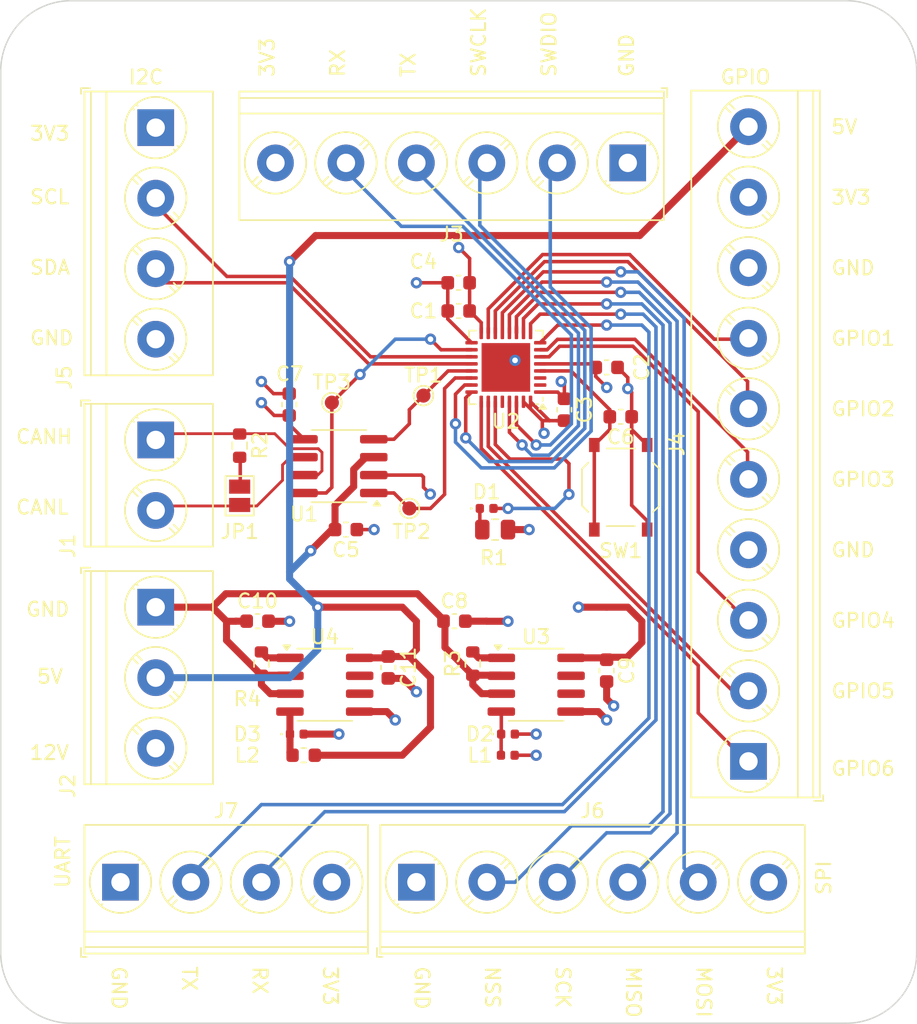
<source format=kicad_pcb>
(kicad_pcb (version 20240108) (generator "pcbnew") (generator_version "8.0")
  (layers (0 "F.Cu" signal) (1 "In1.Cu" signal "F.GND") (2 "In2.Cu" signal "F.3V3") (31 "B.Cu" signal) (34 "B.Paste" user) (35 "F.Paste" user) (36 "B.SilkS" user "B.Silkscreen") (37 "F.SilkS" user "F.Silkscreen") (38 "B.Mask" user) (39 "F.Mask" user) (44 "Edge.Cuts" user))
  (net 0 "")
  (net 1 "+3V3")
  (net 2 "GND")
  (net 3 "Net-(U2-NRST)")
  (net 4 "+5V")
  (net 5 "+12V")
  (net 6 "Net-(D1-K)")
  (net 7 "IO_SPI_MOSI")
  (net 8 "Debug_UART_RX")
  (net 9 "Debug_UART_TX")
  (net 10 "JTAG_SWCLK")
  (net 11 "JTAG_SWDIO")
  (net 12 "Net-(U4-Ilim)")
  (net 13 "CAN_TX")
  (net 14 "CAN_RX")
  (net 15 "CAN_S")
  (net 18 "Net-(D3-K)")
  (net 19 "IO_SPI_NSS")
  (net 20 "IO_SPI_SCK")
  (net 21 "IO_SPI_MISO")
  (net 22 "GPIO3")
  (net 23 "GPIO1")
  (net 24 "GPIO5")
  (net 25 "GPIO6")
  (net 26 "GPIO4")
  (net 27 "GPIO2")
  (net 30 "LED")
  (net 32 "IO_UART_RX")
  (net 33 "IO_UART_TX")
  (net 34 "IO_I2C_SCL")
  (net 35 "IO_I2C_SDA")
  (net 36 "Net-(D2-K)")
  (net 37 "Net-(JP1-B)")
  (net 38 "Net-(U3-Ilim)")
  (net 41 "CAN_H")
  (net 42 "CAN_L")
  (footprint "Capacitor_SMD:C_0603_1608Metric" (layer "F.Cu") (at 173.228 78.994)
    (property "Reference" "C10")
    (property "Value" "100uF")
  )
  (footprint "Resistor_SMD:R_0603_1608Metric" (layer "F.Cu") (at 171.958 66.548 -90)
    (property "Reference" "R2")
    (property "Value" "120R")
  )
  (footprint "LED_SMD:LED_0402_1005Metric" (layer "F.Cu") (at 189.485 71)
    (property "Reference" "D1")
    (property "Value" "LED")
  )
  (footprint "Capacitor_SMD:C_0603_1608Metric" (layer "F.Cu") (at 198 61)
    (property "Reference" "C2")
    (property "Value" "100nF")
  )
  (footprint "Capacitor_SMD:C_0603_1608Metric" (layer "F.Cu") (at 187.5 57)
    (property "Reference" "C1")
    (property "Value" "10uF")
  )
  (footprint "TerminalBlock_Phoenix:TerminalBlock_Phoenix_PT-1,5-6-5.0-H_1x06_P5.00mm_Horizontal" (layer "F.Cu") (at 184.5 97.5)
    (property "Reference" "J6")
    (property "Value" "SPI")
  )
  (footprint "Package_SO:SOIC-8_3.9x4.9mm_P1.27mm" (layer "F.Cu") (at 193 83.5)
    (property "Reference" "U3")
    (property "Value" "ADP1108AR-3.3")
  )
  (footprint "TerminalBlock_Phoenix:TerminalBlock_Phoenix_PT-1,5-10-5.0-H_1x10_P5.00mm_Horizontal" (layer "F.Cu") (at 208.0675 88.9325 90)
    (property "Reference" "J4")
    (property "Value" "GPIO")
  )
  (footprint "Capacitor_SMD:C_0603_1608Metric" (layer "F.Cu") (at 179.5 72.5 180)
    (property "Reference" "C5")
    (property "Value" "100nF")
  )
  (footprint "Diode_SMD:D_0402_1005Metric" (layer "F.Cu") (at 191 87)
    (property "Reference" "D2")
    (property "Value" "D_Schottky")
  )
  (footprint "Inductor_SMD:L_0402_1005Metric" (layer "F.Cu") (at 190.985 88.5)
    (property "Reference" "L1")
    (property "Value" "1uH")
  )
  (footprint "TestPoint:TestPoint_Pad_D1.0mm" (layer "F.Cu") (at 185 63)
    (property "Reference" "TP1")
    (property "Value" "TestPoint")
  )
  (footprint "Jumper:SolderJumper-2_P1.3mm_Open_Pad1.0x1.5mm" (layer "F.Cu") (at 171.958 70.104 90)
    (property "Reference" "JP1")
    (property "Value" "SolderJumper_2_Open")
  )
  (footprint "TerminalBlock_Phoenix:TerminalBlock_Phoenix_PT-1,5-3-5.0-H_1x03_P5.00mm_Horizontal" (layer "F.Cu") (at 166 78 -90)
    (property "Reference" "J2")
    (property "Value" "Power")
  )
  (footprint "Button_Switch_SMD:SW_Push_1P1T_XKB_TS-1187A" (layer "F.Cu") (at 199 69.5 -90)
    (property "Reference" "SW1")
    (property "Value" "SW_RST")
  )
  (footprint "Package_DFN_QFN:QFN-32-1EP_5x5mm_P0.5mm_EP3.45x3.45mm" (layer "F.Cu") (at 190.85 61 180)
    (property "Reference" "U2")
    (property "Value" "STM32L432KBUx")
  )
  (footprint "Capacitor_SMD:C_0603_1608Metric" (layer "F.Cu") (at 198 82.5 -90)
    (property "Reference" "C9")
    (property "Value" "330uF")
  )
  (footprint "Resistor_SMD:R_0805_2012Metric" (layer "F.Cu") (at 190.0875 72.5)
    (property "Reference" "R1")
    (property "Value" "120R")
  )
  (footprint "Capacitor_SMD:C_0603_1608Metric" (layer "F.Cu") (at 175.475 63.635 -90)
    (property "Reference" "C7")
    (property "Value" "100nF")
  )
  (footprint "Capacitor_SMD:C_0603_1608Metric" (layer "F.Cu") (at 195 64 -90)
    (property "Reference" "C3")
    (property "Value" "100nF")
  )
  (footprint "Resistor_SMD:R_0603_1608Metric" (layer "F.Cu") (at 188.5 82 90)
    (property "Reference" "R3")
    (property "Value" "100R")
  )
  (footprint "TestPoint:TestPoint_Pad_D1.0mm" (layer "F.Cu") (at 178.5 63.5)
    (property "Reference" "TP3")
    (property "Value" "TestPoint")
  )
  (footprint "Package_SO:SOIC-8_3.9x4.9mm_P1.27mm" (layer "F.Cu") (at 179 68 180)
    (property "Reference" "U1")
    (property "Value" "TJA1051T-3")
  )
  (footprint "Capacitor_SMD:C_0603_1608Metric" (layer "F.Cu") (at 187.5 55)
    (property "Reference" "C4")
    (property "Value" "100nF")
  )
  (footprint "Resistor_SMD:R_0603_1608Metric" (layer "F.Cu") (at 173.5 82 90)
    (property "Reference" "R4")
    (property "Value" "220R")
  )
  (footprint "TerminalBlock_Phoenix:TerminalBlock_Phoenix_PT-1,5-2-5.0-H_1x02_P5.00mm_Horizontal" (layer "F.Cu") (at 166 66.1425 -90)
    (property "Reference" "J1")
    (property "Value" "CAN")
  )
  (footprint "Capacitor_SMD:C_0603_1608Metric" (layer "F.Cu") (at 182.5 82.275 -90)
    (property "Reference" "C11")
    (property "Value" "330uF")
  )
  (footprint "Capacitor_SMD:C_0603_1608Metric" (layer "F.Cu") (at 187.198 78.994)
    (property "Reference" "C8")
    (property "Value" "100uF")
  )
  (footprint "TerminalBlock_Phoenix:TerminalBlock_Phoenix_PT-1,5-4-5.0-H_1x04_P5.00mm_Horizontal" (layer "F.Cu") (at 166 44 -90)
    (property "Reference" "J5")
    (property "Value" "I2C")
  )
  (footprint "TerminalBlock_Phoenix:TerminalBlock_Phoenix_PT-1,5-4-5.0-H_1x04_P5.00mm_Horizontal" (layer "F.Cu") (at 163.5 97.5)
    (property "Reference" "J7")
    (property "Value" "UART")
  )
  (footprint "Inductor_SMD:L_0603_1608Metric" (layer "F.Cu") (at 176.5 88.5)
    (property "Reference" "L2")
    (property "Value" "330u")
  )
  (footprint "TerminalBlock_Phoenix:TerminalBlock_Phoenix_PT-1,5-6-5.0-H_1x06_P5.00mm_Horizontal" (layer "F.Cu") (at 199.5 46.5 180)
    (property "Reference" "J3")
    (property "Value" "Debug_Port")
  )
  (footprint "Capacitor_SMD:C_0603_1608Metric" (layer "F.Cu") (at 199 64.5 180)
    (property "Reference" "C6")
    (property "Value" "10uF")
  )
  (footprint "TestPoint:TestPoint_Pad_D1.0mm" (layer "F.Cu") (at 184 71)
    (property "Reference" "TP2")
    (property "Value" "TestPoint")
  )
  (footprint "Diode_SMD:D_0402_1005Metric" (layer "F.Cu") (at 176.015 87)
    (property "Reference" "D3")
    (property "Value" "D_Schottky")
  )
  (footprint "Package_SO:SOIC-8_3.9x4.9mm_P1.27mm" (layer "F.Cu") (at 178 83.5)
    (property "Reference" "U4")
    (property "Value" "ADP1108AR-5")
  )
  (gr_arc (start 160 107.5) (mid 156.464466 106.035534) (end 155 102.5) (stroke (width 0.1)) (layer "Edge.Cuts"))
  (gr_line (start 215 107.5) (end 160 107.5) (stroke (width 0.1)) (layer "Edge.Cuts"))
  (gr_line (start 220 102.5) (end 220 40) (stroke (width 0.1)) (layer "Edge.Cuts"))
  (gr_line (start 215 35) (end 160 35) (stroke (width 0.1)) (layer "Edge.Cuts"))
  (gr_arc (start 220 102.5) (mid 218.535534 106.035534) (end 215 107.5) (stroke (width 0.1)) (layer "Edge.Cuts"))
  (gr_arc (start 215 35) (mid 218.535534 36.464466) (end 220 40) (stroke (width 0.1)) (layer "Edge.Cuts"))
  (gr_arc (start 155 40) (mid 156.464466 36.464466) (end 160 35) (stroke (width 0.1)) (layer "Edge.Cuts"))
  (gr_line (start 155 40) (end 155 102.5) (stroke (width 0.1)) (layer "Edge.Cuts"))
  (gr_text "GPIO1" (at 213.868 59.53 0) (layer "F.SilkS") (effects (font (size 1 1)) (justify left bottom)))
  (gr_text "GND" (at 156.718 78.74 0) (layer "F.SilkS") (effects (font (size 1 1)) (justify left bottom)))
  (gr_text "SCK" (at 194.31 103.378 -90) (layer "F.SilkS") (effects (font (size 1 1)) (justify left bottom)))
  (gr_text "GPIO4" (at 213.868 79.53 0) (layer "F.SilkS") (effects (font (size 1 1)) (justify left bottom)))
  (gr_text "GND" (at 213.868 54.53 0) (layer "F.SilkS") (effects (font (size 1 1)) (justify left bottom)))
  (gr_text "3V3" (at 174.5 40.5 90) (layer "F.SilkS") (effects (font (size 1 1)) (justify left bottom)))
  (gr_text "NSS" (at 189.31 103.378 -90) (layer "F.SilkS") (effects (font (size 1 1)) (justify left bottom)))
  (gr_text "3V3" (at 213.868 49.53 0) (layer "F.SilkS") (effects (font (size 1 1)) (justify left bottom)))
  (gr_text "MISO" (at 199.31 103.378 -90) (layer "F.SilkS") (effects (font (size 1 1)) (justify left bottom)))
  (gr_text "GPIO3" (at 213.868 69.53 0) (layer "F.SilkS") (effects (font (size 1 1)) (justify left bottom)))
  (gr_text "GND" (at 213.868 74.53 0) (layer "F.SilkS") (effects (font (size 1 1)) (justify left bottom)))
  (gr_text "5V" (at 213.868 44.53 0) (layer "F.SilkS") (effects (font (size 1 1)) (justify left bottom)))
  (gr_text "GND" (at 157 59.5 0) (layer "F.SilkS") (effects (font (size 1 1)) (justify left bottom)))
  (gr_text "GPIO2" (at 213.868 64.53 0) (layer "F.SilkS") (effects (font (size 1 1)) (justify left bottom)))
  (gr_text "GPIO5" (at 213.868 84.53 0) (layer "F.SilkS") (effects (font (size 1 1)) (justify left bottom)))
  (gr_text "I2C" (at 164 41 0) (layer "F.SilkS") (effects (font (size 1 1)) (justify left bottom)))
  (gr_text "CANH" (at 156 66.5 0) (layer "F.SilkS") (effects (font (size 1 1)) (justify left bottom)))
  (gr_text "GND" (at 184.31 103.378 -90) (layer "F.SilkS") (effects (font (size 1 1)) (justify left bottom)))
  (gr_text "TX" (at 184.5 40.5 90) (layer "F.SilkS") (effects (font (size 1 1)) (justify left bottom)))
  (gr_text "3V3" (at 177.81 103.378 -90) (layer "F.SilkS") (effects (font (size 1 1)) (justify left bottom)))
  (gr_text "RX" (at 179.5 40.5 90) (layer "F.SilkS") (effects (font (size 1 1)) (justify left bottom)))
  (gr_text "SDA" (at 157 54.5 0) (layer "F.SilkS") (effects (font (size 1 1)) (justify left bottom)))
  (gr_text "TX" (at 167.81 103.378 -90) (layer "F.SilkS") (effects (font (size 1 1)) (justify left bottom)))
  (gr_text "SCL" (at 157 49.5 0) (layer "F.SilkS") (effects (font (size 1 1)) (justify left bottom)))
  (gr_text "RX" (at 172.81 103.378 -90) (layer "F.SilkS") (effects (font (size 1 1)) (justify left bottom)))
  (gr_text "GND" (at 200 40.5 90) (layer "F.SilkS") (effects (font (size 1 1)) (justify left bottom)))
  (gr_text "GND" (at 162.81 103.378 -90) (layer "F.SilkS") (effects (font (size 1 1)) (justify left bottom)))
  (gr_text "GPIO6" (at 213.868 90.03 0) (layer "F.SilkS") (effects (font (size 1 1)) (justify left bottom)))
  (gr_text "3V3" (at 157 45 0) (layer "F.SilkS") (effects (font (size 1 1)) (justify left bottom)))
  (gr_text "SPI" (at 214 98.5 90) (layer "F.SilkS") (effects (font (size 1 1)) (justify left bottom)))
  (gr_text "5V" (at 157.5 83.5 0) (layer "F.SilkS") (effects (font (size 1 1)) (justify left bottom)))
  (gr_text "3V3" (at 209.31 103.378 -90) (layer "F.SilkS") (effects (font (size 1 1)) (justify left bottom)))
  (gr_text "CANL" (at 156 71.5 0) (layer "F.SilkS") (effects (font (size 1 1)) (justify left bottom)))
  (gr_text "UART" (at 160 98 90) (layer "F.SilkS") (effects (font (size 1 1)) (justify left bottom)))
  (gr_text "GPIO" (at 206 41 0) (layer "F.SilkS") (effects (font (size 1 1)) (justify left bottom)))
  (gr_text "SWCLK" (at 189.5 40.5 90) (layer "F.SilkS") (effects (font (size 1 1)) (justify left bottom)))
  (gr_text "MOSI" (at 204.31 103.378 -90) (layer "F.SilkS") (effects (font (size 1 1)) (justify left bottom)))
  (gr_text "12V" (at 156.972 88.9 0) (layer "F.SilkS") (effects (font (size 1 1)) (justify left bottom)))
  (gr_text "SWDIO" (at 194.5 40.5 90) (layer "F.SilkS") (effects (font (size 1 1)) (justify left bottom)))
  (segment (start 199.45 81.55) (end 200.5 80.5) (width 0.5) (layer "F.Cu") (net 1))
  (segment (start 198 81.55) (end 199.45 81.55) (width 0.5) (layer "F.Cu") (net 1))
  (segment (start 175.475 64.41) (end 175.475 65.045) (width 0.25) (layer "F.Cu") (net 1))
  (segment (start 195 62.225) (end 194.775 62) (width 0.25) (layer "F.Cu") (net 1))
  (segment (start 195.475 81.595) (end 197.955 81.595) (width 0.5) (layer "F.Cu") (net 1))
  (segment (start 175.475 65.045) (end 176.525 66.095) (width 0.25) (layer "F.Cu") (net 1))
  (segment (start 197.225 61.641596) (end 198.008404 62.425) (width 0.25) (layer "F.Cu") (net 1))
  (segment (start 174.41 64.41) (end 173.5 63.5) (width 0.25) (layer "F.Cu") (net 1))
  (segment (start 175.475 64.41) (end 174.41 64.41) (width 0.25) (layer "F.Cu") (net 1))
  (segment (start 193.2875 62.75) (end 194.525 62.75) (width 0.25) (layer "F.Cu") (net 1))
  (segment (start 186.725 57.5625) (end 186.725 57) (width 0.25) (layer "F.Cu") (net 1))
  (segment (start 194.525 62.75) (end 195 63.225) (width 0.25) (layer "F.Cu") (net 1))
  (segment (start 198 78) (end 196 78) (width 0.5) (layer "F.Cu") (net 1))
  (segment (start 188.4125 59.25) (end 186.725 57.5625) (width 0.25) (layer "F.Cu") (net 1))
  (segment (start 184.5 55) (end 186.725 55) (width 0.25) (layer "F.Cu") (net 1))
  (segment (start 200.5 79) (end 199.5 78) (width 0.5) (layer "F.Cu") (net 1))
  (segment (start 197.225 61) (end 197.225 61.641596) (width 0.25) (layer "F.Cu") (net 1))
  (segment (start 186.725 57) (end 186.725 55) (width 0.25) (layer "F.Cu") (net 1))
  (segment (start 197.955 81.595) (end 198 81.55) (width 0.5) (layer "F.Cu") (net 1))
  (segment (start 196.975 60.75) (end 197.225 61) (width 0.25) (layer "F.Cu") (net 1))
  (segment (start 193.2875 60.75) (end 196.975 60.75) (width 0.25) (layer "F.Cu") (net 1))
  (segment (start 200.5 80.5) (end 200.5 79) (width 0.5) (layer "F.Cu") (net 1))
  (segment (start 199.5 78) (end 198 78) (width 0.5) (layer "F.Cu") (net 1))
  (segment (start 193 88.5) (end 191.47 88.5) (width 0.25) (layer "F.Cu") (net 1))
  (segment (start 195 63.225) (end 195 62.225) (width 0.25) (layer "F.Cu") (net 1))
  (via (at 193 88.5) (size 0.8) (drill 0.4) (layers "F.Cu" "B.Cu") (net 1))
  (via (at 173.5 63.5) (size 0.8) (drill 0.4) (layers "F.Cu" "B.Cu") (net 1))
  (via (at 198.008404 62.425) (size 0.8) (drill 0.4) (layers "F.Cu" "B.Cu") (net 1))
  (via (at 184.5 55) (size 0.8) (drill 0.4) (layers "F.Cu" "B.Cu") (net 1))
  (via (at 194.775 62) (size 0.8) (drill 0.4) (layers "F.Cu" "B.Cu") (net 1))
  (via (at 196 78) (size 0.8) (drill 0.4) (layers "F.Cu" "B.Cu") (net 1))
  (segment (start 173.975 79) (end 175.5 79) (width 0.5) (layer "F.Cu") (net 2))
  (segment (start 190.85 61) (end 191 61) (width 0.5) (layer "F.Cu") (net 2))
  (segment (start 185 68.775) (end 185 69.5) (width 0.25) (layer "F.Cu") (net 2))
  (segment (start 191 72.5) (end 192.5 72.5) (width 0.5) (layer "F.Cu") (net 2))
  (segment (start 197.405 85.405) (end 198 86) (width 0.5) (layer "F.Cu") (net 2))
  (segment (start 176.5 87) (end 179 87) (width 0.5) (layer "F.Cu") (net 2))
  (segment (start 182.5 83.05) (end 183.55 83.05) (width 0.5) (layer "F.Cu") (net 2))
  (segment (start 199.775 70.775) (end 200.875 71.875) (width 0.25) (layer "F.Cu") (net 2))
  (segment (start 189.475 79) (end 191 79) (width 0.5) (layer "F.Cu") (net 2))
  (segment (start 185 69.5) (end 185.487347 69.987347) (width 0.25) (layer "F.Cu") (net 2))
  (segment (start 199.775 64.5) (end 199.775 62.775) (width 0.25) (layer "F.Cu") (net 2))
  (segment (start 189.469 78.994) (end 187.973 78.994) (width 0.5) (layer "F.Cu") (net 2))
  (segment (start 193.557878 65.670074) (end 193.4375 65.549696) (width 0.25) (layer "F.Cu") (net 2))
  (segment (start 199.775 65.4) (end 200.875 66.5) (width 0.25) (layer "F.Cu") (net 2))
  (segment (start 183.55 83.05) (end 184.5 84) (width 0.5) (layer "F.Cu") (net 2))
  (segment (start 199.775 65) (end 199.775 65.4) (width 0.25) (layer "F.Cu") (net 2))
  (segment (start 182.405 85.405) (end 183 86) (width 0.5) (layer "F.Cu") (net 2))
  (segment (start 199.775 65) (end 199.775 70.775) (width 0.25) (layer "F.Cu") (net 2))
  (segment (start 192.1 63.4375) (end 193.4375 64.775) (width 0.25) (layer "F.Cu") (net 2))
  (segment (start 200.875 71.875) (end 200.875 72.5) (width 0.25) (layer "F.Cu") (net 2))
  (segment (start 174.36 62.86) (end 173.5 62) (width 0.25) (layer "F.Cu") (net 2))
  (segment (start 188.275 53.275) (end 188.275 55) (width 0.25) (layer "F.Cu") (net 2))
  (segment (start 199.5 61.725) (end 198.775 61) (width 0.25) (layer "F.Cu") (net 2))
  (segment (start 175.475 62.86) (end 174.36 62.86) (width 0.25) (layer "F.Cu") (net 2))
  (segment (start 191 61) (end 191.5 60.5) (width 0.5) (layer "F.Cu") (net 2))
  (segment (start 194.452952 64.775) (end 195 64.775) (width 0.25) (layer "F.Cu") (net 2))
  (segment (start 198 83.45) (end 198 84.5) (width 0.5) (layer "F.Cu") (net 2))
  (segment (start 193 87) (end 191.485 87) (width 0.25) (layer "F.Cu") (net 2))
  (segment (start 187.5 52.5) (end 188.275 53.275) (width 0.25) (layer "F.Cu") (net 2))
  (segment (start 199.775 62.775) (end 199.5 62.5) (width 0.25) (layer "F.Cu") (net 2))
  (segment (start 193.4375 65.549696) (end 193.4375 64.775) (width 0.25) (layer "F.Cu") (net 2))
  (segment (start 189.1 57.825) (end 188.275 57) (width 0.25) (layer "F.Cu") (net 2))
  (segment (start 180.275 72.5) (end 181.5 72.5) (width 0.25) (layer "F.Cu") (net 2))
  (segment (start 193.4375 64.775) (end 193.9375 64.775) (width 0.25) (layer "F.Cu") (net 2))
  (segment (start 184.86 68.635) (end 185 68.775) (width 0.25) (layer "F.Cu") (net 2))
  (segment (start 199.5 62.5) (end 199.5 61.725) (width 0.25) (layer "F.Cu") (net 2))
  (segment (start 180.475 85.405) (end 182.405 85.405) (width 0.5) (layer "F.Cu") (net 2))
  (segment (start 188.275 57) (end 188.275 55) (width 0.25) (layer "F.Cu") (net 2))
  (segment (start 195.475 85.405) (end 197.405 85.405) (width 0.5) (layer "F.Cu") (net 2))
  (segment (start 189.1 58.5625) (end 189.1 57.825) (width 0.25) (layer "F.Cu") (net 2))
  (segment (start 189.475 79) (end 189.469 78.994) (width 0.5) (layer "F.Cu") (net 2))
  (segment (start 181.475 68.635) (end 184.86 68.635) (width 0.25) (layer "F.Cu") (net 2))
  (segment (start 192.6 63.4375) (end 193.9375 64.775) (width 0.25) (layer "F.Cu") (net 2))
  (segment (start 193.9375 64.775) (end 195 64.775) (width 0.25) (layer "F.Cu") (net 2))
  (segment (start 198 84.5) (end 198.5 85) (width 0.5) (layer "F.Cu") (net 2))
  (via (at 181.5 72.5) (size 0.8) (drill 0.4) (layers "F.Cu" "B.Cu") (net 2))
  (via (at 183 86) (size 0.8) (drill 0.4) (layers "F.Cu" "B.Cu") (net 2))
  (via (at 199.5 62.5) (size 0.8) (drill 0.4) (layers "F.Cu" "B.Cu") (net 2))
  (via (at 193 87) (size 0.8) (drill 0.4) (layers "F.Cu" "B.Cu") (net 2))
  (via (at 185.487347 69.987347) (size 0.8) (drill 0.4) (layers "F.Cu" "B.Cu") (net 2))
  (via (at 173.5 62) (size 0.8) (drill 0.4) (layers "F.Cu" "B.Cu") (net 2))
  (via (at 187.5 52.5) (size 0.8) (drill 0.4) (layers "F.Cu" "B.Cu") (net 2))
  (via (at 175.5 79) (size 0.8) (drill 0.4) (layers "F.Cu" "B.Cu") (net 2))
  (via (at 198 86) (size 0.8) (drill 0.4) (layers "F.Cu" "B.Cu") (net 2))
  (via (at 184.5 84) (size 0.8) (drill 0.4) (layers "F.Cu" "B.Cu") (net 2))
  (via (at 193.557878 65.670074) (size 0.8) (drill 0.4) (layers "F.Cu" "B.Cu") (net 2))
  (via (at 198.5 85) (size 0.8) (drill 0.4) (layers "F.Cu" "B.Cu") (net 2))
  (via (at 179 87) (size 0.8) (drill 0.4) (layers "F.Cu" "B.Cu") (net 2))
  (via (at 192.5 72.5) (size 0.8) (drill 0.4) (layers "F.Cu" "B.Cu") (net 2))
  (via (at 191.5 60.5) (size 0.8) (drill 0.4) (layers "F.Cu" "B.Cu") (net 2))
  (via (at 191 79) (size 0.8) (drill 0.4) (layers "F.Cu" "B.Cu") (net 2))
  (segment (start 198.225 65.4) (end 197.125 66.5) (width 0.25) (layer "F.Cu") (net 3))
  (segment (start 198.225 64.5) (end 198.225 64) (width 0.25) (layer "F.Cu") (net 3))
  (segment (start 193.2875 61.25) (end 195.475 61.25) (width 0.25) (layer "F.Cu") (net 3))
  (segment (start 198.225 64) (end 195.475 61.25) (width 0.25) (layer "F.Cu") (net 3))
  (segment (start 197.125 72.5) (end 197.125 66.5) (width 0.25) (layer "F.Cu") (net 3))
  (segment (start 198.225 64.5) (end 198.225 65.4) (width 0.25) (layer "F.Cu") (net 3))
  (segment (start 180.917316 67.365) (end 181.475 67.365) (width 0.5) (layer "F.Cu") (net 4))
  (segment (start 177.2875 88.5) (end 183.5 88.5) (width 0.5) (layer "F.Cu") (net 4))
  (segment (start 185.5 86.5) (end 185.5 83) (width 0.5) (layer "F.Cu") (net 4))
  (segment (start 185.5 83) (end 184 81.5) (width 0.5) (layer "F.Cu") (net 4))
  (segment (start 184.5 81) (end 184.5 79) (width 0.5) (layer "F.Cu") (net 4))
  (segment (start 182.5 81.5) (end 184 81.5) (width 0.5) (layer "F.Cu") (net 4))
  (segment (start 182.405 81.595) (end 182.5 81.5) (width 0.5) (layer "F.Cu") (net 4))
  (segment (start 180.05 69.45) (end 180.05 68.232316) (width 0.5) (layer "F.Cu") (net 4))
  (segment (start 177 74) (end 178.5 72.5) (width 0.5) (layer "F.Cu") (net 4))
  (segment (start 178.725 72.5) (end 178.725 70.775) (width 0.5) (layer "F.Cu") (net 4))
  (segment (start 184.5 79) (end 183.5 78) (width 0.5) (layer "F.Cu") (net 4))
  (segment (start 184 81.5) (end 184.5 81) (width 0.5) (layer "F.Cu") (net 4))
  (segment (start 177.35 51.65) (end 200.35 51.65) (width 0.5) (layer "F.Cu") (net 4))
  (segment (start 183.5 78) (end 177.5 78) (width 0.5) (layer "F.Cu") (net 4))
  (segment (start 200.35 51.65) (end 208 44) (width 0.5) (layer "F.Cu") (net 4))
  (segment (start 175.5 53.5) (end 177.35 51.65) (width 0.5) (layer "F.Cu") (net 4))
  (segment (start 178.5 72.5) (end 178.725 72.5) (width 0.5) (layer "F.Cu") (net 4))
  (segment (start 180.05 68.232316) (end 180.917316 67.365) (width 0.5) (layer "F.Cu") (net 4))
  (segment (start 178.725 70.775) (end 180.05 69.45) (width 0.5) (layer "F.Cu") (net 4))
  (segment (start 180.475 81.595) (end 182.405 81.595) (width 0.5) (layer "F.Cu") (net 4))
  (segment (start 183.5 88.5) (end 185.5 86.5) (width 0.5) (layer "F.Cu") (net 4))
  (via (at 175.5 53.5) (size 0.8) (drill 0.4) (layers "F.Cu" "B.Cu") (net 4))
  (via (at 177.5 78) (size 0.8) (drill 0.4) (layers "F.Cu" "B.Cu") (net 4))
  (via (at 177 74) (size 0.8) (drill 0.4) (layers "F.Cu" "B.Cu") (net 4))
  (segment (start 177.5 81) (end 177.5 78) (width 0.5) (layer "B.Cu") (net 4))
  (segment (start 175.5 76) (end 175.5 75.5) (width 0.5) (layer "B.Cu") (net 4))
  (segment (start 175.5 70.5) (end 175.5 75.5) (width 0.5) (layer "B.Cu") (net 4))
  (segment (start 175.5 75.5) (end 177 74) (width 0.5) (layer "B.Cu") (net 4))
  (segment (start 175.5 53.5) (end 175.5 70.5) (width 0.5) (layer "B.Cu") (net 4))
  (segment (start 177.5 78) (end 175.5 76) (width 0.5) (layer "B.Cu") (net 4))
  (segment (start 175.5 83) (end 177.5 81) (width 0.5) (layer "B.Cu") (net 4))
  (segment (start 165.5 83) (end 175.5 83) (width 0.5) (layer "B.Cu") (net 4))
  (segment (start 173.5 82.825) (end 173.5 83.5) (width 0.5) (layer "F.Cu") (net 5))
  (segment (start 165.5 78) (end 170.025 78) (width 0.5) (layer "F.Cu") (net 5))
  (segment (start 171.025 79) (end 171.025 80.35) (width 0.5) (layer "F.Cu") (net 5))
  (segment (start 188.5 82.825) (end 188.5 83.5) (width 0.5) (layer "F.Cu") (net 5))
  (segment (start 184.575 77.05) (end 186.525 79) (width 0.5) (layer "F.Cu") (net 5))
  (segment (start 171.698 79) (end 171.704 78.994) (width 0.5) (layer "F.Cu") (net 5))
  (segment (start 171.025 79) (end 171.698 79) (width 0.5) (layer "F.Cu") (net 5))
  (segment (start 188.5 83.5) (end 189.135 84.135) (width 0.5) (layer "F.Cu") (net 5))
  (segment (start 175.485 82.825) (end 175.525 82.865) (width 0.5) (layer "F.Cu") (net 5))
  (segment (start 170.025 78) (end 171.025 79) (width 0.5) (layer "F.Cu") (net 5))
  (segment (start 170.025 78) (end 170.975 77.05) (width 0.5) (layer "F.Cu") (net 5))
  (segment (start 186.525 80.85) (end 188.5 82.825) (width 0.5) (layer "F.Cu") (net 5))
  (segment (start 190.485 82.825) (end 190.525 82.865) (width 0.5) (layer "F.Cu") (net 5))
  (segment (start 186.525 79) (end 186.525 80.85) (width 0.5) (layer "F.Cu") (net 5))
  (segment (start 173.5 82.825) (end 175.485 82.825) (width 0.5) (layer "F.Cu") (net 5))
  (segment (start 188.5 82.825) (end 190.485 82.825) (width 0.5) (layer "F.Cu") (net 5))
  (segment (start 170.975 77.05) (end 184.575 77.05) (width 0.5) (layer "F.Cu") (net 5))
  (segment (start 173.5 83.5) (end 174.135 84.135) (width 0.5) (layer "F.Cu") (net 5))
  (segment (start 171.025 80.35) (end 173.5 82.825) (width 0.5) (layer "F.Cu") (net 5))
  (segment (start 174.135 84.135) (end 175.525 84.135) (width 0.5) (layer "F.Cu") (net 5))
  (segment (start 189.135 84.135) (end 190.525 84.135) (width 0.5) (layer "F.Cu") (net 5))
  (segment (start 171.704 78.994) (end 172.453 78.994) (width 0.5) (layer "F.Cu") (net 5))
  (segment (start 189 72.325) (end 189.175 72.5) (width 0.25) (layer "F.Cu") (net 6))
  (segment (start 189 71) (end 189 72.325) (width 0.25) (layer "F.Cu") (net 6))
  (segment (start 199 54.225) (end 193.502208 54.225) (width 0.25) (layer "F.Cu") (net 7))
  (segment (start 193.502208 54.225) (end 190.6 57.127208) (width 0.25) (layer "F.Cu") (net 7))
  (segment (start 190.6 57.127208) (end 190.6 58.5625) (width 0.25) (layer "F.Cu") (net 7))
  (via (at 199 54.225) (size 0.8) (drill 0.4) (layers "F.Cu" "B.Cu") (net 7))
  (segment (start 203.5 96.5) (end 204.5 97.5) (width 0.25) (layer "B.Cu") (net 7))
  (segment (start 200.225 54.225) (end 203.5 57.5) (width 0.25) (layer "B.Cu") (net 7))
  (segment (start 203.5 57.5) (end 203.5 96.5) (width 0.25) (layer "B.Cu") (net 7))
  (segment (start 199 54.225) (end 200.225 54.225) (width 0.25) (layer "B.Cu") (net 7))
  (segment (start 193 66.5) (end 193 66.474695) (width 0.25) (layer "F.Cu") (net 8))
  (segment (start 193 66.474695) (end 191.6 65.074695) (width 0.25) (layer "F.Cu") (net 8))
  (segment (start 191.6 65.074695) (end 191.6 63.4375) (width 0.25) (layer "F.Cu") (net 8))
  (via (at 193 66.5) (size 0.8) (drill 0.4) (layers "F.Cu" "B.Cu") (net 8))
  (segment (start 195.5 58.703896) (end 187.796104 51) (width 0.25) (layer "B.Cu") (net 8))
  (segment (start 187.796104 51) (end 183.4325 51) (width 0.25) (layer "B.Cu") (net 8))
  (segment (start 195.5 65) (end 195.5 58.703896) (width 0.25) (layer "B.Cu") (net 8))
  (segment (start 183.4325 51) (end 179 46.5675) (width 0.25) (layer "B.Cu") (net 8))
  (segment (start 193 66.5) (end 194 66.5) (width 0.25) (layer "B.Cu") (net 8))
  (segment (start 194 66.5) (end 195.5 65) (width 0.25) (layer "B.Cu") (net 8))
  (segment (start 191.1 63.4375) (end 191.1 65.6) (width 0.25) (layer "F.Cu") (net 9))
  (segment (start 191.1 65.6) (end 192 66.5) (width 0.25) (layer "F.Cu") (net 9))
  (via (at 192 66.5) (size 0.8) (drill 0.4) (layers "F.Cu" "B.Cu") (net 9))
  (segment (start 192.699695 67.225) (end 193.911396 67.225) (width 0.25) (layer "B.Cu") (net 9))
  (segment (start 196 58.5675) (end 184 46.5675) (width 0.25) (layer "B.Cu") (net 9))
  (segment (start 193.911396 67.225) (end 196 65.136396) (width 0.25) (layer "B.Cu") (net 9))
  (segment (start 192 66.525305) (end 192.699695 67.225) (width 0.25) (layer "B.Cu") (net 9))
  (segment (start 196 65.136396) (end 196 58.5675) (width 0.25) (layer "B.Cu") (net 9))
  (segment (start 192 66.5) (end 192 66.525305) (width 0.25) (layer "B.Cu") (net 9))
  (segment (start 188 63.1625) (end 188 66) (width 0.25) (layer "F.Cu") (net 10))
  (segment (start 188.4125 62.75) (end 188 63.1625) (width 0.25) (layer "F.Cu") (net 10))
  (via (at 188 66) (size 0.8) (drill 0.4) (layers "F.Cu" "B.Cu") (net 10))
  (segment (start 189.675 67.675) (end 194.097792 67.675) (width 0.25) (layer "B.Cu") (net 10))
  (segment (start 189 50.931104) (end 189 46.5675) (width 0.25) (layer "B.Cu") (net 10))
  (segment (start 196.45 65.322792) (end 196.45 58.381104) (width 0.25) (layer "B.Cu") (net 10))
  (segment (start 196.45 58.381104) (end 189 50.931104) (width 0.25) (layer "B.Cu") (net 10))
  (segment (start 188 66) (end 189.675 67.675) (width 0.25) (layer "B.Cu") (net 10))
  (segment (start 194.097792 67.675) (end 196.45 65.322792) (width 0.25) (layer "B.Cu") (net 10))
  (segment (start 187.92526 62.25) (end 188.4125 62.25) (width 0.25) (layer "F.Cu") (net 11))
  (segment (start 187.275 65) (end 187.275 62.90026) (width 0.25) (layer "F.Cu") (net 11))
  (segment (start 187.275 62.90026) (end 187.92526 62.25) (width 0.25) (layer "F.Cu") (net 11))
  (via (at 187.275 65) (size 0.8) (drill 0.4) (layers "F.Cu" "B.Cu") (net 11))
  (segment (start 194.284188 68.125) (end 196.9 65.509188) (width 0.25) (layer "B.Cu") (net 11))
  (segment (start 187.275 65) (end 187.275 66.300305) (width 0.25) (layer "B.Cu") (net 11))
  (segment (start 187.275 66.300305) (end 189.099695 68.125) (width 0.25) (layer "B.Cu") (net 11))
  (segment (start 194 55.294708) (end 194 46.5675) (width 0.25) (layer "B.Cu") (net 11))
  (segment (start 189.099695 68.125) (end 194.284188 68.125) (width 0.25) (layer "B.Cu") (net 11))
  (segment (start 196.9 58.194708) (end 194 55.294708) (width 0.25) (layer "B.Cu") (net 11))
  (segment (start 196.9 65.509188) (end 196.9 58.194708) (width 0.25) (layer "B.Cu") (net 11))
  (segment (start 175.525 81.595) (end 173.92 81.595) (width 0.5) (layer "F.Cu") (net 12))
  (segment (start 173.92 81.595) (end 173.5 81.175) (width 0.5) (layer "F.Cu") (net 12))
  (segment (start 185.5 71) (end 186.5 70) (width 0.25) (layer "F.Cu") (net 13))
  (segment (start 186.5 62.5) (end 187.25 61.75) (width 0.25) (layer "F.Cu") (net 13))
  (segment (start 184 71) (end 185.5 71) (width 0.25) (layer "F.Cu") (net 13))
  (segment (start 182.905 69.905) (end 184 71) (width 0.25) (layer "F.Cu") (net 13))
  (segment (start 186.5 70) (end 186.5 62.5) (width 0.25) (layer "F.Cu") (net 13))
  (segment (start 187.25 61.75) (end 188.4125 61.75) (width 0.25) (layer "F.Cu") (net 13))
  (segment (start 181.475 69.905) (end 182.905 69.905) (width 0.25) (layer "F.Cu") (net 13))
  (segment (start 184 65) (end 184 64) (width 0.25) (layer "F.Cu") (net 14))
  (segment (start 181.475 66.095) (end 182.905 66.095) (width 0.25) (layer "F.Cu") (net 14))
  (segment (start 186.75 61.25) (end 188.4125 61.25) (width 0.25) (layer "F.Cu") (net 14))
  (segment (start 184 64) (end 186.75 61.25) (width 0.25) (layer "F.Cu") (net 14))
  (segment (start 182.905 66.095) (end 184 65) (width 0.25) (layer "F.Cu") (net 14))
  (segment (start 185.5 59) (end 186.25 59.75) (width 0.25) (layer "F.Cu") (net 15))
  (segment (start 178.5 69.5) (end 178.095 69.905) (width 0.25) (layer "F.Cu") (net 15))
  (segment (start 180.5 61.5) (end 179.5 62.5) (width 0.25) (layer "F.Cu") (net 15))
  (segment (start 186.25 59.75) (end 188.4125 59.75) (width 0.25) (layer "F.Cu") (net 15))
  (segment (start 179.5 62.5) (end 178.5 63.5) (width 0.25) (layer "F.Cu") (net 15))
  (segment (start 178.095 69.905) (end 176.525 69.905) (width 0.25) (layer "F.Cu") (net 15))
  (segment (start 178.5 63.5) (end 178.5 69.5) (width 0.25) (layer "F.Cu") (net 15))
  (via (at 185.5 59) (size 0.8) (drill 0.4) (layers "F.Cu" "B.Cu") (net 15))
  (via (at 180.5 61.5) (size 0.8) (drill 0.4) (layers "F.Cu" "B.Cu") (net 15))
  (segment (start 180.5 61.5) (end 183 59) (width 0.25) (layer "B.Cu") (net 15))
  (segment (start 183 59) (end 185.5 59) (width 0.25) (layer "B.Cu") (net 15))
  (segment (start 175.525 86.995) (end 175.53 87) (width 0.5) (layer "F.Cu") (net 18))
  (segment (start 175.525 85.405) (end 175.525 86.995) (width 0.5) (layer "F.Cu") (net 18))
  (segment (start 175.53 87) (end 175.53 88.3175) (width 0.5) (layer "F.Cu") (net 18))
  (segment (start 175.53 88.3175) (end 175.7125 88.5) (width 0.5) (layer "F.Cu") (net 18))
  (segment (start 198 56.5) (end 193.136396 56.5) (width 0.25) (layer "F.Cu") (net 19))
  (segment (start 193.136396 56.5) (end 192.1 57.536396) (width 0.25) (layer "F.Cu") (net 19))
  (segment (start 192.1 57.536396) (end 192.1 58.5625) (width 0.25) (layer "F.Cu") (net 19))
  (via (at 198 56.5) (size 0.8) (drill 0.4) (layers "F.Cu" "B.Cu") (net 19))
  (segment (start 202 58) (end 200.5 56.5) (width 0.25) (layer "B.Cu") (net 19))
  (segment (start 200.5 56.5) (end 198 56.5) (width 0.25) (layer "B.Cu") (net 19))
  (segment (start 189.5 97.5) (end 191.5 97.5) (width 0.25) (layer "B.Cu") (net 19))
  (segment (start 195.5 93.5) (end 201 93.5) (width 0.25) (layer "B.Cu") (net 19))
  (segment (start 202 92.5) (end 202 58) (width 0.25) (layer "B.Cu") (net 19))
  (segment (start 191.5 97.5) (end 195.5 93.5) (width 0.25) (layer "B.Cu") (net 19))
  (segment (start 201 93.5) (end 202 92.5) (width 0.25) (layer "B.Cu") (net 19))
  (segment (start 191.6 58.07526) (end 191.6 58.5625) (width 0.25) (layer "F.Cu") (net 20))
  (segment (start 191.6 57.4) (end 191.6 58.5625) (width 0.25) (layer "F.Cu") (net 20))
  (segment (start 199 55.675) (end 193.325 55.675) (width 0.25) (layer "F.Cu") (net 20))
  (segment (start 193.325 55.675) (end 191.6 57.4) (width 0.25) (layer "F.Cu") (net 20))
  (via (at 199 55.675) (size 0.8) (drill 0.4) (layers "F.Cu" "B.Cu") (net 20))
  (segment (start 202.5 92.636396) (end 201.136396 94) (width 0.25) (layer "B.Cu") (net 20))
  (segment (start 200.311396 55.675) (end 202.5 57.863604) (width 0.25) (layer "B.Cu") (net 20))
  (segment (start 202.5 57.863604) (end 202.5 92.636396) (width 0.25) (layer "B.Cu") (net 20))
  (segment (start 198 94) (end 194.5 97.5) (width 0.25) (layer "B.Cu") (net 20))
  (segment (start 195.5 97.5) (end 194.5 97.5) (width 0.25) (layer "B.Cu") (net 20))
  (segment (start 199 55.675) (end 200.311396 55.675) (width 0.25) (layer "B.Cu") (net 20))
  (segment (start 201.136396 94) (end 198 94) (width 0.25) (layer "B.Cu") (net 20))
  (segment (start 198 54.95) (end 193.413604 54.95) (width 0.25) (layer "F.Cu") (net 21))
  (segment (start 191.1 57.263604) (end 191.1 58.5625) (width 0.25) (layer "F.Cu") (net 21))
  (segment (start 193.413604 54.95) (end 191.1 57.263604) (width 0.25) (layer "F.Cu") (net 21))
  (via (at 198 54.95) (size 0.8) (drill 0.4) (layers "F.Cu" "B.Cu") (net 21))
  (segment (start 203 57.727208) (end 200.222792 54.95) (width 0.25) (layer "B.Cu") (net 21))
  (segment (start 200.222792 54.95) (end 198 54.95) (width 0.25) (layer "B.Cu") (net 21))
  (segment (start 203 94) (end 203 57.727208) (width 0.25) (layer "B.Cu") (net 21))
  (segment (start 199.5 97.5) (end 203 94) (width 0.25) (layer "B.Cu") (net 21))
  (segment (start 193.77474 59.75) (end 194.51237 59.01237) (width 0.25) (layer "F.Cu") (net 22))
  (segment (start 194.51237 59.01237) (end 200.01237 59.01237) (width 0.25) (layer "F.Cu") (net 22))
  (segment (start 208 67) (end 208 69) (width 0.25) (layer "F.Cu") (net 22))
  (segment (start 200.01237 59.01237) (end 208 67) (width 0.25) (layer "F.Cu") (net 22))
  (segment (start 193.2875 59.75) (end 193.77474 59.75) (width 0.25) (layer "F.Cu") (net 22))
  (segment (start 208 59) (end 205.636396 59) (width 0.25) (layer "F.Cu") (net 23))
  (segment (start 199.636396 53) (end 193.454416 53) (width 0.25) (layer "F.Cu") (net 23))
  (segment (start 193.454416 53) (end 189.6 56.854416) (width 0.25) (layer "F.Cu") (net 23))
  (segment (start 205.636396 59) (end 199.636396 53) (width 0.25) (layer "F.Cu") (net 23))
  (segment (start 189.6 56.854416) (end 189.6 58.5625) (width 0.25) (layer "F.Cu") (net 23))
  (segment (start 207 84) (end 208 84) (width 0.25) (layer "F.Cu") (net 24))
  (segment (start 189.6 66.6) (end 207 84) (width 0.25) (layer "F.Cu") (net 24))
  (segment (start 189.6 63.4375) (end 189.6 66.6) (width 0.25) (layer "F.Cu") (net 24))
  (segment (start 204.5 82.136396) (end 204.5 85.5) (width 0.25) (layer "F.Cu") (net 25))
  (segment (start 189.1 63.4375) (end 189.1 66.736396) (width 0.25) (layer "F.Cu") (net 25))
  (segment (start 189.1 66.736396) (end 204.5 82.136396) (width 0.25) (layer "F.Cu") (net 25))
  (segment (start 204.5 85.5) (end 208 89) (width 0.25) (layer "F.Cu") (net 25))
  (segment (start 193.911136 60.25) (end 193.2875 60.25) (width 0.25) (layer "F.Cu") (net 26))
  (segment (start 204.5 75.5) (end 204.5 64.136396) (width 0.25) (layer "F.Cu") (net 26))
  (segment (start 199.863604 59.5) (end 194.661136 59.5) (width 0.25) (layer "F.Cu") (net 26))
  (segment (start 208 79) (end 204.5 75.5) (width 0.25) (layer "F.Cu") (net 26))
  (segment (start 204.5 64.136396) (end 199.863604 59.5) (width 0.25) (layer "F.Cu") (net 26))
  (segment (start 194.661136 59.5) (end 193.911136 60.25) (width 0.25) (layer "F.Cu") (net 26))
  (segment (start 199.5 53.5) (end 208 62) (width 0.25) (layer "F.Cu") (net 27))
  (segment (start 193.590812 53.5) (end 199.5 53.5) (width 0.25) (layer "F.Cu") (net 27))
  (segment (start 190.1 56.990812) (end 193.590812 53.5) (width 0.25) (layer "F.Cu") (net 27))
  (segment (start 208 62) (end 208 64) (width 0.25) (layer "F.Cu") (net 27))
  (segment (start 190.1 58.5625) (end 190.1 56.990812) (width 0.25) (layer "F.Cu") (net 27))
  (segment (start 195.326 70) (end 195.326 67.826) (width 0.25) (layer "F.Cu") (net 30))
  (segment (start 190.1 66.463604) (end 190.1 63.4375) (width 0.25) (layer "F.Cu") (net 30))
  (segment (start 189.97 71) (end 191 71) (width 0.25) (layer "F.Cu") (net 30))
  (segment (start 191.136396 67.5) (end 190.1 66.463604) (width 0.25) (layer "F.Cu") (net 30))
  (segment (start 195.326 67.826) (end 195 67.5) (width 0.25) (layer "F.Cu") (net 30))
  (segment (start 195 67.5) (end 191.136396 67.5) (width 0.25) (layer "F.Cu") (net 30))
  (via (at 195.326 70) (size 0.8) (drill 0.4) (layers "F.Cu" "B.Cu") (net 30))
  (via (at 191 71) (size 0.8) (drill 0.4) (layers "F.Cu" "B.Cu") (net 30))
  (segment (start 195.326 70) (end 194.326 71) (width 0.25) (layer "B.Cu") (net 30))
  (segment (start 194.326 71) (end 191 71) (width 0.25) (layer "B.Cu") (net 30))
  (segment (start 193.275 57.225) (end 192.6 57.9) (width 0.25) (layer "F.Cu") (net 32))
  (segment (start 192.6 57.9) (end 192.6 58.5625) (width 0.25) (layer "F.Cu") (net 32))
  (segment (start 199 57.225) (end 193.275 57.225) (width 0.25) (layer "F.Cu") (net 32))
  (via (at 199 57.225) (size 0.8) (drill 0.4) (layers "F.Cu" "B.Cu") (net 32))
  (segment (start 200.588604 57.225) (end 201.5 58.136396) (width 0.25) (layer "B.Cu") (net 32))
  (segment (start 201.5 58.136396) (end 201.5 86) (width 0.25) (layer "B.Cu") (net 32))
  (segment (start 199 57.225) (end 200.588604 57.225) (width 0.25) (layer "B.Cu") (net 32))
  (segment (start 201.5 86) (end 195 92.5) (width 0.25) (layer "B.Cu") (net 32))
  (segment (start 195 92.5) (end 178 92.5) (width 0.25) (layer "B.Cu") (net 32))
  (segment (start 178 92.5) (end 173 97.5) (width 0.25) (layer "B.Cu") (net 32))
  (segment (start 194.5375 58) (end 193.2875 59.25) (width 0.25) (layer "F.Cu") (net 33))
  (segment (start 198 58) (end 194.5375 58) (width 0.25) (layer "F.Cu") (net 33))
  (via (at 198 58) (size 0.8) (drill 0.4) (layers "F.Cu" "B.Cu") (net 33))
  (segment (start 173.5 92) (end 168 97.5) (width 0.25) (layer "B.Cu") (net 33))
  (segment (start 200.5 58) (end 201 58.5) (width 0.25) (layer "B.Cu") (net 33))
  (segment (start 194.863604 92) (end 173.5 92) (width 0.25) (layer "B.Cu") (net 33))
  (segment (start 201 85.863604) (end 194.863604 92) (width 0.25) (layer "B.Cu") (net 33))
  (segment (start 201 58.5) (end 201 85.863604) (width 0.25) (layer "B.Cu") (net 33))
  (segment (start 198 58) (end 200.5 58) (width 0.25) (layer "B.Cu") (net 33))
  (segment (start 188.4125 60.25) (end 181.25 60.25) (width 0.25) (layer "F.Cu") (net 34))
  (segment (start 181.25 60.25) (end 175.55 54.55) (width 0.25) (layer "F.Cu") (net 34))
  (segment (start 171.05 54.55) (end 165.5 49) (width 0.25) (layer "F.Cu") (net 34))
  (segment (start 175.55 54.55) (end 171.05 54.55) (width 0.25) (layer "F.Cu") (net 34))
  (segment (start 181.113604 60.75) (end 175.363604 55) (width 0.25) (layer "F.Cu") (net 35))
  (segment (start 188.4125 60.75) (end 181.113604 60.75) (width 0.25) (layer "F.Cu") (net 35))
  (segment (start 175.363604 55) (end 166.5 55) (width 0.25) (layer "F.Cu") (net 35))
  (segment (start 166.5 55) (end 165.5 54) (width 0.25) (layer "F.Cu") (net 35))
  (segment (start 190.525 86.99) (end 190.515 87) (width 0.25) (layer "F.Cu") (net 36))
  (segment (start 190.515 87) (end 190.515 88.485) (width 0.25) (layer "F.Cu") (net 36))
  (segment (start 190.515 88.485) (end 190.5 88.5) (width 0.25) (layer "F.Cu") (net 36))
  (segment (start 190.525 85.405) (end 190.525 86.99) (width 0.25) (layer "F.Cu") (net 36))
  (segment (start 172 69.175) (end 172 67.15) (width 0.25) (layer "F.Cu") (net 37))
  (segment (start 188.92 81.595) (end 188.5 81.175) (width 0.5) (layer "F.Cu") (net 38))
  (segment (start 190.525 81.595) (end 188.92 81.595) (width 0.5) (layer "F.Cu") (net 38))
  (segment (start 177.499999 68.635) (end 176.525 68.635) (width 0.2) (layer "F.Cu") (net 41))
  (segment (start 167.3 65.7) (end 173 65.7) (width 0.2) (layer "F.Cu") (net 41))
  (segment (start 177.8 68.334999) (end 177.499999 68.635) (width 0.2) (layer "F.Cu") (net 41))
  (segment (start 174.444448 65.7) (end 175.509448 66.765) (width 0.2) (layer "F.Cu") (net 41))
  (segment (start 166 67) (end 167.3 65.7) (width 0.2) (layer "F.Cu") (net 41))
  (segment (start 177.540552 66.765) (end 177.8 67.024448) (width 0.2) (layer "F.Cu") (net 41))
  (segment (start 175.509448 66.765) (end 177.540552 66.765) (width 0.2) (layer "F.Cu") (net 41))
  (segment (start 177.8 67.024448) (end 177.8 68.334999) (width 0.2) (layer "F.Cu") (net 41))
  (segment (start 173 65.7) (end 174.444448 65.7) (width 0.2) (layer "F.Cu") (net 41))
  (segment (start 175.550001 67.365) (end 176.525 67.365) (width 0.2) (layer "F.Cu") (net 42))
  (segment (start 167.175 70.825) (end 166 72) (width 0.2) (layer "F.Cu") (net 42))
  (segment (start 175 69) (end 175 67.915001) (width 0.2) (layer "F.Cu") (net 42))
  (segment (start 173.175 70.825) (end 175 69) (width 0.2) (layer "F.Cu") (net 42))
  (segment (start 173 70.825) (end 167.175 70.825) (width 0.2) (layer "F.Cu") (net 42))
  (segment (start 175 67.915001) (end 175.550001 67.365) (width 0.2) (layer "F.Cu") (net 42))
  (segment (start 173 70.825) (end 173.175 70.825) (width 0.2) (layer "F.Cu") (net 42))
)
</source>
